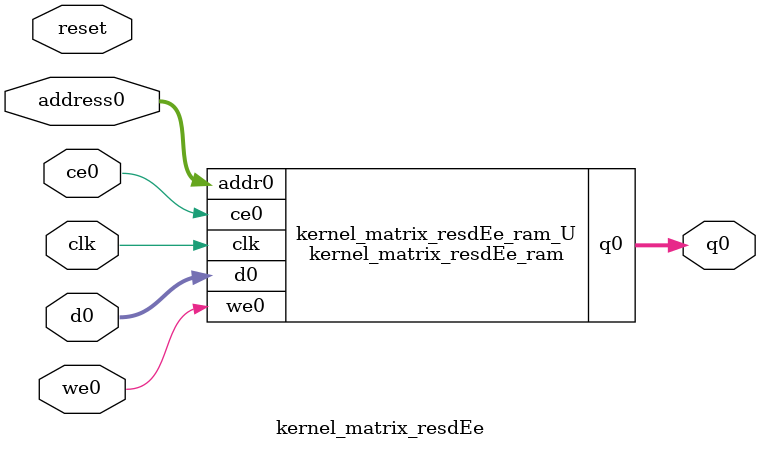
<source format=v>

`timescale 1 ns / 1 ps
module kernel_matrix_resdEe_ram (addr0, ce0, d0, we0, q0,  clk);

parameter DWIDTH = 32;
parameter AWIDTH = 12;
parameter MEM_SIZE = 2500;

input[AWIDTH-1:0] addr0;
input ce0;
input[DWIDTH-1:0] d0;
input we0;
output reg[DWIDTH-1:0] q0;
input clk;

(* ram_style = "block" *)reg [DWIDTH-1:0] ram[0:MEM_SIZE-1];




always @(posedge clk)  
begin 
    if (ce0) 
    begin
        if (we0) 
        begin 
            ram[addr0] <= d0; 
            q0 <= d0;
        end 
        else 
            q0 <= ram[addr0];
    end
end


endmodule


`timescale 1 ns / 1 ps
module kernel_matrix_resdEe(
    reset,
    clk,
    address0,
    ce0,
    we0,
    d0,
    q0);

parameter DataWidth = 32'd32;
parameter AddressRange = 32'd2500;
parameter AddressWidth = 32'd12;
input reset;
input clk;
input[AddressWidth - 1:0] address0;
input ce0;
input we0;
input[DataWidth - 1:0] d0;
output[DataWidth - 1:0] q0;



kernel_matrix_resdEe_ram kernel_matrix_resdEe_ram_U(
    .clk( clk ),
    .addr0( address0 ),
    .ce0( ce0 ),
    .we0( we0 ),
    .d0( d0 ),
    .q0( q0 ));

endmodule


</source>
